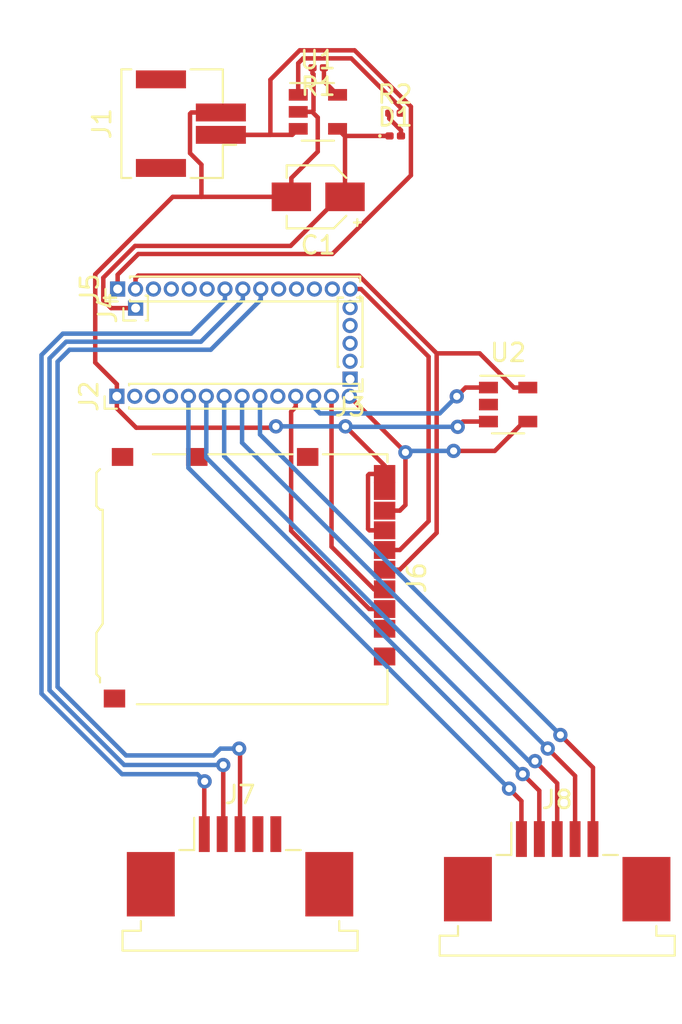
<source format=kicad_pcb>
(kicad_pcb (version 20171130) (host pcbnew 5.0.0+dfsg1-2)

  (general
    (thickness 1.6)
    (drawings 0)
    (tracks 178)
    (zones 0)
    (modules 14)
    (nets 44)
  )

  (page A4)
  (layers
    (0 F.Cu signal)
    (31 B.Cu signal)
    (32 B.Adhes user)
    (33 F.Adhes user)
    (34 B.Paste user)
    (35 F.Paste user)
    (36 B.SilkS user)
    (37 F.SilkS user)
    (38 B.Mask user)
    (39 F.Mask user)
    (40 Dwgs.User user)
    (41 Cmts.User user)
    (42 Eco1.User user)
    (43 Eco2.User user)
    (44 Edge.Cuts user)
    (45 Margin user)
    (46 B.CrtYd user)
    (47 F.CrtYd user)
    (48 B.Fab user)
    (49 F.Fab user)
  )

  (setup
    (last_trace_width 0.25)
    (trace_clearance 0.2)
    (zone_clearance 0.508)
    (zone_45_only no)
    (trace_min 0.2)
    (segment_width 0.2)
    (edge_width 0.15)
    (via_size 0.8)
    (via_drill 0.4)
    (via_min_size 0.4)
    (via_min_drill 0.3)
    (uvia_size 0.3)
    (uvia_drill 0.1)
    (uvias_allowed no)
    (uvia_min_size 0.2)
    (uvia_min_drill 0.1)
    (pcb_text_width 0.3)
    (pcb_text_size 1.5 1.5)
    (mod_edge_width 0.15)
    (mod_text_size 1 1)
    (mod_text_width 0.15)
    (pad_size 1 2.8)
    (pad_drill 0)
    (pad_to_mask_clearance 0.2)
    (aux_axis_origin 0 0)
    (visible_elements FFFFFF7F)
    (pcbplotparams
      (layerselection 0x010fc_ffffffff)
      (usegerberextensions false)
      (usegerberattributes false)
      (usegerberadvancedattributes false)
      (creategerberjobfile false)
      (excludeedgelayer true)
      (linewidth 0.100000)
      (plotframeref false)
      (viasonmask false)
      (mode 1)
      (useauxorigin false)
      (hpglpennumber 1)
      (hpglpenspeed 20)
      (hpglpendiameter 15.000000)
      (psnegative false)
      (psa4output false)
      (plotreference true)
      (plotvalue true)
      (plotinvisibletext false)
      (padsonsilk false)
      (subtractmaskfromsilk false)
      (outputformat 1)
      (mirror false)
      (drillshape 1)
      (scaleselection 1)
      (outputdirectory ""))
  )

  (net 0 "")
  (net 1 "Net-(R2-Pad2)")
  (net 2 +BATT)
  (net 3 VBUS)
  (net 4 "Net-(R1-Pad1)")
  (net 5 "Net-(D1-Pad2)")
  (net 6 "Net-(J2-Pad2)")
  (net 7 "Net-(J2-Pad3)")
  (net 8 "Net-(J2-Pad4)")
  (net 9 "Net-(J2-Pad10)")
  (net 10 "Net-(J5-Pad13)")
  (net 11 "Net-(J5-Pad12)")
  (net 12 "Net-(J5-Pad11)")
  (net 13 "Net-(J5-Pad10)")
  (net 14 "Net-(J5-Pad6)")
  (net 15 "Net-(J5-Pad5)")
  (net 16 "Net-(J5-Pad4)")
  (net 17 "Net-(J5-Pad3)")
  (net 18 "Net-(J3-Pad1)")
  (net 19 "Net-(J3-Pad2)")
  (net 20 "Net-(J3-Pad3)")
  (net 21 "Net-(J3-Pad4)")
  (net 22 "Net-(J3-Pad5)")
  (net 23 "Net-(J6-Pad8)")
  (net 24 "Net-(J6-Pad1)")
  (net 25 /SPI_CLK)
  (net 26 +3V3)
  (net 27 /SD_CS)
  (net 28 /SPI_MOSI)
  (net 29 /SPI_MISO)
  (net 30 GND)
  (net 31 /LCD_CS)
  (net 32 /Col5)
  (net 33 /Col4)
  (net 34 /Col3)
  (net 35 /Col2)
  (net 36 /Col1)
  (net 37 /Row3)
  (net 38 /Row2)
  (net 39 /Row1)
  (net 40 "Net-(J7-Pad4)")
  (net 41 "Net-(J7-Pad5)")
  (net 42 "Net-(J6-Pad9)")
  (net 43 "/LCD Control/LCD_MISO")

  (net_class Default "This is the default net class."
    (clearance 0.2)
    (trace_width 0.25)
    (via_dia 0.8)
    (via_drill 0.4)
    (uvia_dia 0.3)
    (uvia_drill 0.1)
    (add_net +3V3)
    (add_net +BATT)
    (add_net /Col1)
    (add_net /Col2)
    (add_net /Col3)
    (add_net /Col4)
    (add_net /Col5)
    (add_net "/LCD Control/LCD_MISO")
    (add_net /LCD_CS)
    (add_net /Row1)
    (add_net /Row2)
    (add_net /Row3)
    (add_net /SD_CS)
    (add_net /SPI_CLK)
    (add_net /SPI_MISO)
    (add_net /SPI_MOSI)
    (add_net GND)
    (add_net "Net-(D1-Pad2)")
    (add_net "Net-(J2-Pad10)")
    (add_net "Net-(J2-Pad2)")
    (add_net "Net-(J2-Pad3)")
    (add_net "Net-(J2-Pad4)")
    (add_net "Net-(J3-Pad1)")
    (add_net "Net-(J3-Pad2)")
    (add_net "Net-(J3-Pad3)")
    (add_net "Net-(J3-Pad4)")
    (add_net "Net-(J3-Pad5)")
    (add_net "Net-(J5-Pad10)")
    (add_net "Net-(J5-Pad11)")
    (add_net "Net-(J5-Pad12)")
    (add_net "Net-(J5-Pad13)")
    (add_net "Net-(J5-Pad3)")
    (add_net "Net-(J5-Pad4)")
    (add_net "Net-(J5-Pad5)")
    (add_net "Net-(J5-Pad6)")
    (add_net "Net-(J6-Pad1)")
    (add_net "Net-(J6-Pad8)")
    (add_net "Net-(J6-Pad9)")
    (add_net "Net-(J7-Pad4)")
    (add_net "Net-(J7-Pad5)")
    (add_net "Net-(R1-Pad1)")
    (add_net "Net-(R2-Pad2)")
    (add_net VBUS)
  )

  (module Package_TO_SOT_SMD:SOT-23-5 (layer F.Cu) (tedit 5A02FF57) (tstamp 5BFC219A)
    (at 40.259 38.354)
    (descr "5-pin SOT23 package")
    (tags SOT-23-5)
    (path /5BD945BE/5BD970ED)
    (attr smd)
    (fp_text reference U2 (at 0 -2.9) (layer F.SilkS)
      (effects (font (size 1 1) (thickness 0.15)))
    )
    (fp_text value 74AHC1G125 (at 0 2.9) (layer F.Fab)
      (effects (font (size 1 1) (thickness 0.15)))
    )
    (fp_text user %R (at 0 0 90) (layer F.Fab)
      (effects (font (size 0.5 0.5) (thickness 0.075)))
    )
    (fp_line (start -0.9 1.61) (end 0.9 1.61) (layer F.SilkS) (width 0.12))
    (fp_line (start 0.9 -1.61) (end -1.55 -1.61) (layer F.SilkS) (width 0.12))
    (fp_line (start -1.9 -1.8) (end 1.9 -1.8) (layer F.CrtYd) (width 0.05))
    (fp_line (start 1.9 -1.8) (end 1.9 1.8) (layer F.CrtYd) (width 0.05))
    (fp_line (start 1.9 1.8) (end -1.9 1.8) (layer F.CrtYd) (width 0.05))
    (fp_line (start -1.9 1.8) (end -1.9 -1.8) (layer F.CrtYd) (width 0.05))
    (fp_line (start -0.9 -0.9) (end -0.25 -1.55) (layer F.Fab) (width 0.1))
    (fp_line (start 0.9 -1.55) (end -0.25 -1.55) (layer F.Fab) (width 0.1))
    (fp_line (start -0.9 -0.9) (end -0.9 1.55) (layer F.Fab) (width 0.1))
    (fp_line (start 0.9 1.55) (end -0.9 1.55) (layer F.Fab) (width 0.1))
    (fp_line (start 0.9 -1.55) (end 0.9 1.55) (layer F.Fab) (width 0.1))
    (pad 1 smd rect (at -1.1 -0.95) (size 1.06 0.65) (layers F.Cu F.Paste F.Mask)
      (net 31 /LCD_CS))
    (pad 2 smd rect (at -1.1 0) (size 1.06 0.65) (layers F.Cu F.Paste F.Mask)
      (net 43 "/LCD Control/LCD_MISO"))
    (pad 3 smd rect (at -1.1 0.95) (size 1.06 0.65) (layers F.Cu F.Paste F.Mask)
      (net 30 GND))
    (pad 4 smd rect (at 1.1 0.95) (size 1.06 0.65) (layers F.Cu F.Paste F.Mask)
      (net 29 /SPI_MISO))
    (pad 5 smd rect (at 1.1 -0.95) (size 1.06 0.65) (layers F.Cu F.Paste F.Mask)
      (net 26 +3V3))
    (model ${KISYS3DMOD}/Package_TO_SOT_SMD.3dshapes/SOT-23-5.wrl
      (at (xyz 0 0 0))
      (scale (xyz 1 1 1))
      (rotate (xyz 0 0 0))
    )
  )

  (module Connector_PinHeader_1.00mm:PinHeader_1x05_P1.00mm_Vertical locked (layer F.Cu) (tedit 59FED738) (tstamp 5BDC2639)
    (at 31.42479 36.935341 180)
    (descr "Through hole straight pin header, 1x05, 1.00mm pitch, single row")
    (tags "Through hole pin header THT 1x05 1.00mm single row")
    (path /5BD000C0)
    (fp_text reference J3 (at 0 -1.56 180) (layer F.SilkS)
      (effects (font (size 1 1) (thickness 0.15)))
    )
    (fp_text value Conn_01x05_Male (at 0 5.56 180) (layer F.Fab)
      (effects (font (size 1 1) (thickness 0.15)))
    )
    (fp_line (start -0.3175 -0.5) (end 0.635 -0.5) (layer F.Fab) (width 0.1))
    (fp_line (start 0.635 -0.5) (end 0.635 4.5) (layer F.Fab) (width 0.1))
    (fp_line (start 0.635 4.5) (end -0.635 4.5) (layer F.Fab) (width 0.1))
    (fp_line (start -0.635 4.5) (end -0.635 -0.1825) (layer F.Fab) (width 0.1))
    (fp_line (start -0.635 -0.1825) (end -0.3175 -0.5) (layer F.Fab) (width 0.1))
    (fp_line (start -0.695 4.56) (end -0.394493 4.56) (layer F.SilkS) (width 0.12))
    (fp_line (start 0.394493 4.56) (end 0.695 4.56) (layer F.SilkS) (width 0.12))
    (fp_line (start -0.695 0.685) (end -0.695 4.56) (layer F.SilkS) (width 0.12))
    (fp_line (start 0.695 0.685) (end 0.695 4.56) (layer F.SilkS) (width 0.12))
    (fp_line (start -0.695 0.685) (end -0.608276 0.685) (layer F.SilkS) (width 0.12))
    (fp_line (start 0.608276 0.685) (end 0.695 0.685) (layer F.SilkS) (width 0.12))
    (fp_line (start -0.695 0) (end -0.695 -0.685) (layer F.SilkS) (width 0.12))
    (fp_line (start -0.695 -0.685) (end 0 -0.685) (layer F.SilkS) (width 0.12))
    (fp_line (start -1.15 -1) (end -1.15 5) (layer F.CrtYd) (width 0.05))
    (fp_line (start -1.15 5) (end 1.15 5) (layer F.CrtYd) (width 0.05))
    (fp_line (start 1.15 5) (end 1.15 -1) (layer F.CrtYd) (width 0.05))
    (fp_line (start 1.15 -1) (end -1.15 -1) (layer F.CrtYd) (width 0.05))
    (fp_text user %R (at 0 2 270) (layer F.Fab)
      (effects (font (size 0.76 0.76) (thickness 0.114)))
    )
    (pad 1 thru_hole rect (at 0 0 180) (size 0.85 0.85) (drill 0.5) (layers *.Cu *.Mask)
      (net 18 "Net-(J3-Pad1)"))
    (pad 2 thru_hole oval (at 0 1 180) (size 0.85 0.85) (drill 0.5) (layers *.Cu *.Mask)
      (net 19 "Net-(J3-Pad2)"))
    (pad 3 thru_hole oval (at 0 2 180) (size 0.85 0.85) (drill 0.5) (layers *.Cu *.Mask)
      (net 20 "Net-(J3-Pad3)"))
    (pad 4 thru_hole oval (at 0 3 180) (size 0.85 0.85) (drill 0.5) (layers *.Cu *.Mask)
      (net 21 "Net-(J3-Pad4)"))
    (pad 5 thru_hole oval (at 0 4 180) (size 0.85 0.85) (drill 0.5) (layers *.Cu *.Mask)
      (net 22 "Net-(J3-Pad5)"))
    (model ${KISYS3DMOD}/Connector_PinHeader_1.00mm.3dshapes/PinHeader_1x05_P1.00mm_Vertical.wrl
      (at (xyz 0 0 0))
      (scale (xyz 1 1 1))
      (rotate (xyz 0 0 0))
    )
  )

  (module Connector_FFC-FPC:TE_84952-5_1x05-1MP_P1.0mm_Horizontal (layer F.Cu) (tedit 5AEE14E3) (tstamp 5BFBF79C)
    (at 25.273 64.1604)
    (descr "TE FPC connector, 05 bottom-side contacts, 1.0mm pitch, 1.0mm height, SMT, http://www.te.com/commerce/DocumentDelivery/DDEController?Action=srchrtrv&DocNm=84952&DocType=Customer+Drawing&DocLang=English&DocFormat=pdf&PartCntxt=84952-4")
    (tags "te fpc 84952")
    (path /5BD5324B)
    (attr smd)
    (fp_text reference J7 (at 0 -4) (layer F.SilkS)
      (effects (font (size 1 1) (thickness 0.15)))
    )
    (fp_text value ROW_INPUT (at 0 7.7) (layer F.Fab)
      (effects (font (size 1 1) (thickness 0.15)))
    )
    (fp_line (start -5.435 -0.8) (end 5.435 -0.8) (layer F.Fab) (width 0.1))
    (fp_line (start 5.435 -0.8) (end 5.435 3.71) (layer F.Fab) (width 0.1))
    (fp_line (start 5.435 3.71) (end 6.46 3.71) (layer F.Fab) (width 0.1))
    (fp_line (start 6.46 3.71) (end 6.46 4.6) (layer F.Fab) (width 0.1))
    (fp_line (start 6.46 4.6) (end -6.46 4.6) (layer F.Fab) (width 0.1))
    (fp_line (start -6.46 4.6) (end -6.46 3.71) (layer F.Fab) (width 0.1))
    (fp_line (start -6.46 3.71) (end -5.435 3.71) (layer F.Fab) (width 0.1))
    (fp_line (start -5.435 3.71) (end -5.435 -0.8) (layer F.Fab) (width 0.1))
    (fp_line (start -2.5 -0.8) (end -2 0.2) (layer F.Fab) (width 0.1))
    (fp_line (start -2 0.2) (end -1.5 -0.8) (layer F.Fab) (width 0.1))
    (fp_line (start 5.435 4.6) (end 5.435 5.61) (layer F.Fab) (width 0.1))
    (fp_line (start 5.435 5.61) (end 6.46 5.61) (layer F.Fab) (width 0.1))
    (fp_line (start 6.46 5.61) (end 6.46 6.5) (layer F.Fab) (width 0.1))
    (fp_line (start 6.46 6.5) (end -6.46 6.5) (layer F.Fab) (width 0.1))
    (fp_line (start -6.46 6.5) (end -6.46 5.61) (layer F.Fab) (width 0.1))
    (fp_line (start -6.46 5.61) (end -5.435 5.61) (layer F.Fab) (width 0.1))
    (fp_line (start -5.435 5.61) (end -5.435 4.6) (layer F.Fab) (width 0.1))
    (fp_line (start 5.545 3.06) (end 5.545 3.6) (layer F.SilkS) (width 0.12))
    (fp_line (start 5.545 3.6) (end 6.57 3.6) (layer F.SilkS) (width 0.12))
    (fp_line (start 6.57 3.6) (end 6.57 4.71) (layer F.SilkS) (width 0.12))
    (fp_line (start 6.57 4.71) (end -6.57 4.71) (layer F.SilkS) (width 0.12))
    (fp_line (start -6.57 4.71) (end -6.57 3.6) (layer F.SilkS) (width 0.12))
    (fp_line (start -6.57 3.6) (end -5.545 3.6) (layer F.SilkS) (width 0.12))
    (fp_line (start -5.545 3.6) (end -5.545 3.06) (layer F.SilkS) (width 0.12))
    (fp_line (start -3.39 -0.91) (end -2.565 -0.91) (layer F.SilkS) (width 0.12))
    (fp_line (start -2.565 -0.91) (end -2.565 -2.71) (layer F.SilkS) (width 0.12))
    (fp_line (start 2.565 -0.91) (end 3.39 -0.91) (layer F.SilkS) (width 0.12))
    (fp_line (start -6.96 -3.3) (end -6.96 7) (layer F.CrtYd) (width 0.05))
    (fp_line (start -6.96 7) (end 6.96 7) (layer F.CrtYd) (width 0.05))
    (fp_line (start 6.96 7) (end 6.96 -3.3) (layer F.CrtYd) (width 0.05))
    (fp_line (start 6.96 -3.3) (end -6.96 -3.3) (layer F.CrtYd) (width 0.05))
    (fp_text user %R (at 0 1.9) (layer F.Fab)
      (effects (font (size 1 1) (thickness 0.15)))
    )
    (pad 1 smd rect (at -2 -1.8) (size 0.61 2) (layers F.Cu F.Paste F.Mask)
      (net 39 /Row1))
    (pad 2 smd rect (at -1 -1.8) (size 0.61 2) (layers F.Cu F.Paste F.Mask)
      (net 38 /Row2))
    (pad 3 smd rect (at 0 -1.8) (size 0.61 2) (layers F.Cu F.Paste F.Mask)
      (net 37 /Row3))
    (pad 4 smd rect (at 1 -1.8) (size 0.61 2) (layers F.Cu F.Paste F.Mask)
      (net 40 "Net-(J7-Pad4)"))
    (pad 5 smd rect (at 2 -1.8) (size 0.61 2) (layers F.Cu F.Paste F.Mask)
      (net 41 "Net-(J7-Pad5)"))
    (pad MP smd rect (at -4.99 1) (size 2.68 3.6) (layers F.Cu F.Paste F.Mask))
    (pad MP smd rect (at 4.99 1) (size 2.68 3.6) (layers F.Cu F.Paste F.Mask))
    (model ${KISYS3DMOD}/Connector_FFC-FPC.3dshapes/TE_84952-5_1x05-1MP_P1.0mm_Horizontal.wrl
      (at (xyz 0 0 0))
      (scale (xyz 1 1 1))
      (rotate (xyz 0 0 0))
    )
  )

  (module Connector_PinHeader_1.00mm:PinHeader_1x01_P1.00mm_Vertical locked (layer F.Cu) (tedit 59FED738) (tstamp 5BDC264F)
    (at 19.43599 32.963541 90)
    (descr "Through hole straight pin header, 1x01, 1.00mm pitch, single row")
    (tags "Through hole pin header THT 1x01 1.00mm single row")
    (path /5BCFFD8A)
    (fp_text reference J4 (at 0 -1.56 90) (layer F.SilkS)
      (effects (font (size 1 1) (thickness 0.15)))
    )
    (fp_text value Conn_01x01_Male (at 0 1.56 90) (layer F.Fab)
      (effects (font (size 1 1) (thickness 0.15)))
    )
    (fp_line (start -0.3175 -0.5) (end 0.635 -0.5) (layer F.Fab) (width 0.1))
    (fp_line (start 0.635 -0.5) (end 0.635 0.5) (layer F.Fab) (width 0.1))
    (fp_line (start 0.635 0.5) (end -0.635 0.5) (layer F.Fab) (width 0.1))
    (fp_line (start -0.635 0.5) (end -0.635 -0.1825) (layer F.Fab) (width 0.1))
    (fp_line (start -0.635 -0.1825) (end -0.3175 -0.5) (layer F.Fab) (width 0.1))
    (fp_line (start -0.695 0.685) (end 0.695 0.685) (layer F.SilkS) (width 0.12))
    (fp_line (start -0.695 0.685) (end -0.695 0.56) (layer F.SilkS) (width 0.12))
    (fp_line (start 0.695 0.685) (end 0.695 0.56) (layer F.SilkS) (width 0.12))
    (fp_line (start -0.695 0.685) (end -0.608276 0.685) (layer F.SilkS) (width 0.12))
    (fp_line (start 0.608276 0.685) (end 0.695 0.685) (layer F.SilkS) (width 0.12))
    (fp_line (start -0.695 0) (end -0.695 -0.685) (layer F.SilkS) (width 0.12))
    (fp_line (start -0.695 -0.685) (end 0 -0.685) (layer F.SilkS) (width 0.12))
    (fp_line (start -1.15 -1) (end -1.15 1) (layer F.CrtYd) (width 0.05))
    (fp_line (start -1.15 1) (end 1.15 1) (layer F.CrtYd) (width 0.05))
    (fp_line (start 1.15 1) (end 1.15 -1) (layer F.CrtYd) (width 0.05))
    (fp_line (start 1.15 -1) (end -1.15 -1) (layer F.CrtYd) (width 0.05))
    (fp_text user %R (at 0 0 180) (layer F.Fab)
      (effects (font (size 0.76 0.76) (thickness 0.114)))
    )
    (pad 1 thru_hole rect (at 0 0 90) (size 0.85 0.85) (drill 0.5) (layers *.Cu *.Mask)
      (net 3 VBUS))
    (model ${KISYS3DMOD}/Connector_PinHeader_1.00mm.3dshapes/PinHeader_1x01_P1.00mm_Vertical.wrl
      (at (xyz 0 0 0))
      (scale (xyz 1 1 1))
      (rotate (xyz 0 0 0))
    )
  )

  (module Connector_PinHeader_1.00mm:PinHeader_1x14_P1.00mm_Vertical locked (layer F.Cu) (tedit 59FED738) (tstamp 5BDC261E)
    (at 18.43039 31.896741 90)
    (descr "Through hole straight pin header, 1x14, 1.00mm pitch, single row")
    (tags "Through hole pin header THT 1x14 1.00mm single row")
    (path /5BCFFFD9)
    (fp_text reference J5 (at 0 -1.56 90) (layer F.SilkS)
      (effects (font (size 1 1) (thickness 0.15)))
    )
    (fp_text value Conn_01x14_Male (at 0 14.56 90) (layer F.Fab)
      (effects (font (size 1 1) (thickness 0.15)))
    )
    (fp_text user %R (at 0 6.5 180) (layer F.Fab)
      (effects (font (size 0.76 0.76) (thickness 0.114)))
    )
    (fp_line (start 1.15 -1) (end -1.15 -1) (layer F.CrtYd) (width 0.05))
    (fp_line (start 1.15 14) (end 1.15 -1) (layer F.CrtYd) (width 0.05))
    (fp_line (start -1.15 14) (end 1.15 14) (layer F.CrtYd) (width 0.05))
    (fp_line (start -1.15 -1) (end -1.15 14) (layer F.CrtYd) (width 0.05))
    (fp_line (start -0.695 -0.685) (end 0 -0.685) (layer F.SilkS) (width 0.12))
    (fp_line (start -0.695 0) (end -0.695 -0.685) (layer F.SilkS) (width 0.12))
    (fp_line (start 0.608276 0.685) (end 0.695 0.685) (layer F.SilkS) (width 0.12))
    (fp_line (start -0.695 0.685) (end -0.608276 0.685) (layer F.SilkS) (width 0.12))
    (fp_line (start 0.695 0.685) (end 0.695 13.56) (layer F.SilkS) (width 0.12))
    (fp_line (start -0.695 0.685) (end -0.695 13.56) (layer F.SilkS) (width 0.12))
    (fp_line (start 0.394493 13.56) (end 0.695 13.56) (layer F.SilkS) (width 0.12))
    (fp_line (start -0.695 13.56) (end -0.394493 13.56) (layer F.SilkS) (width 0.12))
    (fp_line (start -0.635 -0.1825) (end -0.3175 -0.5) (layer F.Fab) (width 0.1))
    (fp_line (start -0.635 13.5) (end -0.635 -0.1825) (layer F.Fab) (width 0.1))
    (fp_line (start 0.635 13.5) (end -0.635 13.5) (layer F.Fab) (width 0.1))
    (fp_line (start 0.635 -0.5) (end 0.635 13.5) (layer F.Fab) (width 0.1))
    (fp_line (start -0.3175 -0.5) (end 0.635 -0.5) (layer F.Fab) (width 0.1))
    (pad 14 thru_hole oval (at 0 13 90) (size 0.85 0.85) (drill 0.5) (layers *.Cu *.Mask)
      (net 25 /SPI_CLK))
    (pad 13 thru_hole oval (at 0 12 90) (size 0.85 0.85) (drill 0.5) (layers *.Cu *.Mask)
      (net 10 "Net-(J5-Pad13)"))
    (pad 12 thru_hole oval (at 0 11 90) (size 0.85 0.85) (drill 0.5) (layers *.Cu *.Mask)
      (net 11 "Net-(J5-Pad12)"))
    (pad 11 thru_hole oval (at 0 10 90) (size 0.85 0.85) (drill 0.5) (layers *.Cu *.Mask)
      (net 12 "Net-(J5-Pad11)"))
    (pad 10 thru_hole oval (at 0 9 90) (size 0.85 0.85) (drill 0.5) (layers *.Cu *.Mask)
      (net 13 "Net-(J5-Pad10)"))
    (pad 9 thru_hole oval (at 0 8 90) (size 0.85 0.85) (drill 0.5) (layers *.Cu *.Mask)
      (net 37 /Row3))
    (pad 8 thru_hole oval (at 0 7 90) (size 0.85 0.85) (drill 0.5) (layers *.Cu *.Mask)
      (net 38 /Row2))
    (pad 7 thru_hole oval (at 0 6 90) (size 0.85 0.85) (drill 0.5) (layers *.Cu *.Mask)
      (net 39 /Row1))
    (pad 6 thru_hole oval (at 0 5 90) (size 0.85 0.85) (drill 0.5) (layers *.Cu *.Mask)
      (net 14 "Net-(J5-Pad6)"))
    (pad 5 thru_hole oval (at 0 4 90) (size 0.85 0.85) (drill 0.5) (layers *.Cu *.Mask)
      (net 15 "Net-(J5-Pad5)"))
    (pad 4 thru_hole oval (at 0 3 90) (size 0.85 0.85) (drill 0.5) (layers *.Cu *.Mask)
      (net 16 "Net-(J5-Pad4)"))
    (pad 3 thru_hole oval (at 0 2 90) (size 0.85 0.85) (drill 0.5) (layers *.Cu *.Mask)
      (net 17 "Net-(J5-Pad3)"))
    (pad 2 thru_hole oval (at 0 1 90) (size 0.85 0.85) (drill 0.5) (layers *.Cu *.Mask)
      (net 26 +3V3))
    (pad 1 thru_hole rect (at 0 0 90) (size 0.85 0.85) (drill 0.5) (layers *.Cu *.Mask)
      (net 2 +BATT))
    (model ${KISYS3DMOD}/Connector_PinHeader_1.00mm.3dshapes/PinHeader_1x14_P1.00mm_Vertical.wrl
      (at (xyz 0 0 0))
      (scale (xyz 1 1 1))
      (rotate (xyz 0 0 0))
    )
  )

  (module Connector_FFC-FPC:TE_84952-5_1x05-1MP_P1.0mm_Horizontal (layer F.Cu) (tedit 5AEE14E3) (tstamp 5BFBF7C7)
    (at 43.0022 64.4364)
    (descr "TE FPC connector, 05 bottom-side contacts, 1.0mm pitch, 1.0mm height, SMT, http://www.te.com/commerce/DocumentDelivery/DDEController?Action=srchrtrv&DocNm=84952&DocType=Customer+Drawing&DocLang=English&DocFormat=pdf&PartCntxt=84952-4")
    (tags "te fpc 84952")
    (path /5BD537B2)
    (attr smd)
    (fp_text reference J8 (at 0 -4) (layer F.SilkS)
      (effects (font (size 1 1) (thickness 0.15)))
    )
    (fp_text value COL_INPUT (at 0 7.7) (layer F.Fab)
      (effects (font (size 1 1) (thickness 0.15)))
    )
    (fp_text user %R (at 0 1.9) (layer F.Fab)
      (effects (font (size 1 1) (thickness 0.15)))
    )
    (fp_line (start 6.96 -3.3) (end -6.96 -3.3) (layer F.CrtYd) (width 0.05))
    (fp_line (start 6.96 7) (end 6.96 -3.3) (layer F.CrtYd) (width 0.05))
    (fp_line (start -6.96 7) (end 6.96 7) (layer F.CrtYd) (width 0.05))
    (fp_line (start -6.96 -3.3) (end -6.96 7) (layer F.CrtYd) (width 0.05))
    (fp_line (start 2.565 -0.91) (end 3.39 -0.91) (layer F.SilkS) (width 0.12))
    (fp_line (start -2.565 -0.91) (end -2.565 -2.71) (layer F.SilkS) (width 0.12))
    (fp_line (start -3.39 -0.91) (end -2.565 -0.91) (layer F.SilkS) (width 0.12))
    (fp_line (start -5.545 3.6) (end -5.545 3.06) (layer F.SilkS) (width 0.12))
    (fp_line (start -6.57 3.6) (end -5.545 3.6) (layer F.SilkS) (width 0.12))
    (fp_line (start -6.57 4.71) (end -6.57 3.6) (layer F.SilkS) (width 0.12))
    (fp_line (start 6.57 4.71) (end -6.57 4.71) (layer F.SilkS) (width 0.12))
    (fp_line (start 6.57 3.6) (end 6.57 4.71) (layer F.SilkS) (width 0.12))
    (fp_line (start 5.545 3.6) (end 6.57 3.6) (layer F.SilkS) (width 0.12))
    (fp_line (start 5.545 3.06) (end 5.545 3.6) (layer F.SilkS) (width 0.12))
    (fp_line (start -5.435 5.61) (end -5.435 4.6) (layer F.Fab) (width 0.1))
    (fp_line (start -6.46 5.61) (end -5.435 5.61) (layer F.Fab) (width 0.1))
    (fp_line (start -6.46 6.5) (end -6.46 5.61) (layer F.Fab) (width 0.1))
    (fp_line (start 6.46 6.5) (end -6.46 6.5) (layer F.Fab) (width 0.1))
    (fp_line (start 6.46 5.61) (end 6.46 6.5) (layer F.Fab) (width 0.1))
    (fp_line (start 5.435 5.61) (end 6.46 5.61) (layer F.Fab) (width 0.1))
    (fp_line (start 5.435 4.6) (end 5.435 5.61) (layer F.Fab) (width 0.1))
    (fp_line (start -2 0.2) (end -1.5 -0.8) (layer F.Fab) (width 0.1))
    (fp_line (start -2.5 -0.8) (end -2 0.2) (layer F.Fab) (width 0.1))
    (fp_line (start -5.435 3.71) (end -5.435 -0.8) (layer F.Fab) (width 0.1))
    (fp_line (start -6.46 3.71) (end -5.435 3.71) (layer F.Fab) (width 0.1))
    (fp_line (start -6.46 4.6) (end -6.46 3.71) (layer F.Fab) (width 0.1))
    (fp_line (start 6.46 4.6) (end -6.46 4.6) (layer F.Fab) (width 0.1))
    (fp_line (start 6.46 3.71) (end 6.46 4.6) (layer F.Fab) (width 0.1))
    (fp_line (start 5.435 3.71) (end 6.46 3.71) (layer F.Fab) (width 0.1))
    (fp_line (start 5.435 -0.8) (end 5.435 3.71) (layer F.Fab) (width 0.1))
    (fp_line (start -5.435 -0.8) (end 5.435 -0.8) (layer F.Fab) (width 0.1))
    (pad MP smd rect (at 4.99 1) (size 2.68 3.6) (layers F.Cu F.Paste F.Mask))
    (pad MP smd rect (at -4.99 1) (size 2.68 3.6) (layers F.Cu F.Paste F.Mask))
    (pad 5 smd rect (at 2 -1.8) (size 0.61 2) (layers F.Cu F.Paste F.Mask)
      (net 32 /Col5))
    (pad 4 smd rect (at 1 -1.8) (size 0.61 2) (layers F.Cu F.Paste F.Mask)
      (net 33 /Col4))
    (pad 3 smd rect (at 0 -1.8) (size 0.61 2) (layers F.Cu F.Paste F.Mask)
      (net 34 /Col3))
    (pad 2 smd rect (at -1 -1.8) (size 0.61 2) (layers F.Cu F.Paste F.Mask)
      (net 35 /Col2))
    (pad 1 smd rect (at -2 -1.8) (size 0.61 2) (layers F.Cu F.Paste F.Mask)
      (net 36 /Col1))
    (model ${KISYS3DMOD}/Connector_FFC-FPC.3dshapes/TE_84952-5_1x05-1MP_P1.0mm_Horizontal.wrl
      (at (xyz 0 0 0))
      (scale (xyz 1 1 1))
      (rotate (xyz 0 0 0))
    )
  )

  (module Connector_Molex:Molex_CLIK-Mate_502382-0270_1x02-1MP_P1.25mm_Vertical (layer F.Cu) (tedit 5BD01C68) (tstamp 5BDC266A)
    (at 22.2504 22.6568 90)
    (descr "Molex CLIK-Mate series connector, 502382-0270 (http://www.molex.com/pdm_docs/sd/5023820270_sd.pdf), generated with kicad-footprint-generator")
    (tags "connector Molex CLIK-Mate side entry")
    (path /5BD07AFB)
    (attr smd)
    (fp_text reference J1 (at 0 -4.7 90) (layer F.SilkS)
      (effects (font (size 1 1) (thickness 0.15)))
    )
    (fp_text value "Battery Connector" (at 0 4 90) (layer F.Fab)
      (effects (font (size 1 1) (thickness 0.15)))
    )
    (fp_line (start -2.925 1.95) (end 2.925 1.95) (layer F.Fab) (width 0.1))
    (fp_line (start -3.035 0.26) (end -3.035 2.06) (layer F.SilkS) (width 0.12))
    (fp_line (start -3.035 2.06) (end -1.185 2.06) (layer F.SilkS) (width 0.12))
    (fp_line (start -1.185 2.06) (end -1.185 2.8) (layer F.SilkS) (width 0.12))
    (fp_line (start 3.035 0.26) (end 3.035 2.06) (layer F.SilkS) (width 0.12))
    (fp_line (start 3.035 2.06) (end 1.185 2.06) (layer F.SilkS) (width 0.12))
    (fp_line (start -3.035 -3.06) (end -3.035 -3.61) (layer F.SilkS) (width 0.12))
    (fp_line (start -3.035 -3.61) (end 3.035 -3.61) (layer F.SilkS) (width 0.12))
    (fp_line (start 3.035 -3.61) (end 3.035 -3.06) (layer F.SilkS) (width 0.12))
    (fp_line (start -2.925 -3.5) (end 2.925 -3.5) (layer F.Fab) (width 0.1))
    (fp_line (start -2.925 1.95) (end -2.925 -3.5) (layer F.Fab) (width 0.1))
    (fp_line (start 2.925 1.95) (end 2.925 -3.5) (layer F.Fab) (width 0.1))
    (fp_line (start -3.48 -4) (end -3.48 3.3) (layer F.CrtYd) (width 0.05))
    (fp_line (start -3.48 3.3) (end 3.48 3.3) (layer F.CrtYd) (width 0.05))
    (fp_line (start 3.48 3.3) (end 3.48 -4) (layer F.CrtYd) (width 0.05))
    (fp_line (start 3.48 -4) (end -3.48 -4) (layer F.CrtYd) (width 0.05))
    (fp_line (start -1.125 1.95) (end -0.625 1.242893) (layer F.Fab) (width 0.1))
    (fp_line (start -0.625 1.242893) (end -0.125 1.95) (layer F.Fab) (width 0.1))
    (fp_text user %R (at 0 -0.77 90) (layer F.Fab)
      (effects (font (size 1 1) (thickness 0.15)))
    )
    (pad 1 smd rect (at -0.625 1.95 90) (size 1 2.8) (layers F.Cu F.Paste F.Mask)
      (net 2 +BATT))
    (pad 2 smd rect (at 0.625 1.95 90) (size 1 2.8) (layers F.Cu F.Paste F.Mask)
      (net 30 GND))
    (pad MP smd rect (at -2.475 -1.4 90) (size 1 2.8) (layers F.Cu F.Paste F.Mask))
    (pad MP smd rect (at 2.475 -1.4 90) (size 1 2.8) (layers F.Cu F.Paste F.Mask))
    (model ${KISYS3DMOD}/Connector_Molex.3dshapes/Molex_CLIK-Mate_502382-0270_1x02-1MP_P1.25mm_Vertical.wrl
      (at (xyz 0 0 0))
      (scale (xyz 1 1 1))
      (rotate (xyz 0 0 0))
    )
  )

  (module Connector_PinHeader_1.00mm:PinHeader_1x14_P1.00mm_Vertical locked (layer F.Cu) (tedit 59FED738) (tstamp 5BDC25FA)
    (at 18.38619 37.891141 90)
    (descr "Through hole straight pin header, 1x14, 1.00mm pitch, single row")
    (tags "Through hole pin header THT 1x14 1.00mm single row")
    (path /5BCFFF63)
    (fp_text reference J2 (at 0 -1.56 90) (layer F.SilkS)
      (effects (font (size 1 1) (thickness 0.15)))
    )
    (fp_text value Conn_01x14_Male (at 0 14.56 90) (layer F.Fab)
      (effects (font (size 1 1) (thickness 0.15)))
    )
    (fp_line (start -0.3175 -0.5) (end 0.635 -0.5) (layer F.Fab) (width 0.1))
    (fp_line (start 0.635 -0.5) (end 0.635 13.5) (layer F.Fab) (width 0.1))
    (fp_line (start 0.635 13.5) (end -0.635 13.5) (layer F.Fab) (width 0.1))
    (fp_line (start -0.635 13.5) (end -0.635 -0.1825) (layer F.Fab) (width 0.1))
    (fp_line (start -0.635 -0.1825) (end -0.3175 -0.5) (layer F.Fab) (width 0.1))
    (fp_line (start -0.695 13.56) (end -0.394493 13.56) (layer F.SilkS) (width 0.12))
    (fp_line (start 0.394493 13.56) (end 0.695 13.56) (layer F.SilkS) (width 0.12))
    (fp_line (start -0.695 0.685) (end -0.695 13.56) (layer F.SilkS) (width 0.12))
    (fp_line (start 0.695 0.685) (end 0.695 13.56) (layer F.SilkS) (width 0.12))
    (fp_line (start -0.695 0.685) (end -0.608276 0.685) (layer F.SilkS) (width 0.12))
    (fp_line (start 0.608276 0.685) (end 0.695 0.685) (layer F.SilkS) (width 0.12))
    (fp_line (start -0.695 0) (end -0.695 -0.685) (layer F.SilkS) (width 0.12))
    (fp_line (start -0.695 -0.685) (end 0 -0.685) (layer F.SilkS) (width 0.12))
    (fp_line (start -1.15 -1) (end -1.15 14) (layer F.CrtYd) (width 0.05))
    (fp_line (start -1.15 14) (end 1.15 14) (layer F.CrtYd) (width 0.05))
    (fp_line (start 1.15 14) (end 1.15 -1) (layer F.CrtYd) (width 0.05))
    (fp_line (start 1.15 -1) (end -1.15 -1) (layer F.CrtYd) (width 0.05))
    (fp_text user %R (at 0 6.5 180) (layer F.Fab)
      (effects (font (size 0.76 0.76) (thickness 0.114)))
    )
    (pad 1 thru_hole rect (at 0 0 90) (size 0.85 0.85) (drill 0.5) (layers *.Cu *.Mask)
      (net 30 GND))
    (pad 2 thru_hole oval (at 0 1 90) (size 0.85 0.85) (drill 0.5) (layers *.Cu *.Mask)
      (net 6 "Net-(J2-Pad2)"))
    (pad 3 thru_hole oval (at 0 2 90) (size 0.85 0.85) (drill 0.5) (layers *.Cu *.Mask)
      (net 7 "Net-(J2-Pad3)"))
    (pad 4 thru_hole oval (at 0 3 90) (size 0.85 0.85) (drill 0.5) (layers *.Cu *.Mask)
      (net 8 "Net-(J2-Pad4)"))
    (pad 5 thru_hole oval (at 0 4 90) (size 0.85 0.85) (drill 0.5) (layers *.Cu *.Mask)
      (net 36 /Col1))
    (pad 6 thru_hole oval (at 0 5 90) (size 0.85 0.85) (drill 0.5) (layers *.Cu *.Mask)
      (net 35 /Col2))
    (pad 7 thru_hole oval (at 0 6 90) (size 0.85 0.85) (drill 0.5) (layers *.Cu *.Mask)
      (net 34 /Col3))
    (pad 8 thru_hole oval (at 0 7 90) (size 0.85 0.85) (drill 0.5) (layers *.Cu *.Mask)
      (net 33 /Col4))
    (pad 9 thru_hole oval (at 0 8 90) (size 0.85 0.85) (drill 0.5) (layers *.Cu *.Mask)
      (net 32 /Col5))
    (pad 10 thru_hole oval (at 0 9 90) (size 0.85 0.85) (drill 0.5) (layers *.Cu *.Mask)
      (net 9 "Net-(J2-Pad10)"))
    (pad 11 thru_hole oval (at 0 10 90) (size 0.85 0.85) (drill 0.5) (layers *.Cu *.Mask)
      (net 27 /SD_CS))
    (pad 12 thru_hole oval (at 0 11 90) (size 0.85 0.85) (drill 0.5) (layers *.Cu *.Mask)
      (net 31 /LCD_CS))
    (pad 13 thru_hole oval (at 0 12 90) (size 0.85 0.85) (drill 0.5) (layers *.Cu *.Mask)
      (net 28 /SPI_MOSI))
    (pad 14 thru_hole oval (at 0 13 90) (size 0.85 0.85) (drill 0.5) (layers *.Cu *.Mask)
      (net 29 /SPI_MISO))
    (model ${KISYS3DMOD}/Connector_PinHeader_1.00mm.3dshapes/PinHeader_1x14_P1.00mm_Vertical.wrl
      (at (xyz 0 0 0))
      (scale (xyz 1 1 1))
      (rotate (xyz 0 0 0))
    )
  )

  (module Connector_Card:microSD_HC_Hirose_DM3AT-SF-PEJM5 (layer F.Cu) (tedit 5BD01A7B) (tstamp 5BFB5384)
    (at 25.6286 48.1076 270)
    (descr "Micro SD, SMD, right-angle, push-pull (https://www.hirose.com/product/en/download_file/key_name/DM3AT-SF-PEJM5/category/Drawing%20(2D)/doc_file_id/44099/?file_category_id=6&item_id=06090031000&is_series=)")
    (tags "Micro SD")
    (path /5BD00A2D)
    (attr smd)
    (fp_text reference J6 (at -0.075 -9.525 270) (layer F.SilkS)
      (effects (font (size 1 1) (thickness 0.15)))
    )
    (fp_text value Micro_SD_Card (at -0.075 9.575 270) (layer F.Fab)
      (effects (font (size 1 1) (thickness 0.15)))
    )
    (fp_text user KEEPOUT (at -1.075 -1.925 270) (layer Cmts.User)
      (effects (font (size 1 1) (thickness 0.1)))
    )
    (fp_text user %R (at -0.075 0.375 270) (layer F.Fab)
      (effects (font (size 1 1) (thickness 0.1)))
    )
    (fp_text user KEEPOUT (at 4.2 7.65 270) (layer Cmts.User)
      (effects (font (size 0.4 0.4) (thickness 0.06)))
    )
    (fp_text user KEEPOUT (at -6.85 -3.25) (layer Cmts.User)
      (effects (font (size 0.6 0.6) (thickness 0.09)))
    )
    (fp_text user KEEPOUT (at -5.775 2.375) (layer Cmts.User)
      (effects (font (size 0.6 0.6) (thickness 0.09)))
    )
    (fp_line (start -4.175 -2.725) (end -5.425 -1.825) (layer Dwgs.User) (width 0.1))
    (fp_line (start -4.875 -2.725) (end -5.425 -2.325) (layer Dwgs.User) (width 0.1))
    (fp_line (start -2.775 -2.725) (end -5 -1.125) (layer Dwgs.User) (width 0.1))
    (fp_line (start -5.425 -1.325) (end -3.475 -2.725) (layer Dwgs.User) (width 0.1))
    (fp_line (start -6.125 -0.825) (end -5.425 -1.325) (layer Dwgs.User) (width 0.1))
    (fp_line (start -6.125 -1.325) (end -5.975 -1.425) (layer Dwgs.User) (width 0.1))
    (fp_line (start -6.125 -0.325) (end -5.425 -0.825) (layer Dwgs.User) (width 0.1))
    (fp_line (start -6.125 0.175) (end -5.425 -0.325) (layer Dwgs.User) (width 0.1))
    (fp_line (start -6.125 0.675) (end -5.425 0.175) (layer Dwgs.User) (width 0.1))
    (fp_line (start -6.125 1.175) (end -5.425 0.675) (layer Dwgs.User) (width 0.1))
    (fp_line (start -6.125 1.675) (end -5.425 1.175) (layer Dwgs.User) (width 0.1))
    (fp_line (start -6.125 2.175) (end -5.425 1.675) (layer Dwgs.User) (width 0.1))
    (fp_line (start -6.125 2.675) (end -5.425 2.175) (layer Dwgs.User) (width 0.1))
    (fp_line (start -6.125 3.175) (end -5.425 2.675) (layer Dwgs.User) (width 0.1))
    (fp_line (start -6.125 3.675) (end -5.425 3.175) (layer Dwgs.User) (width 0.1))
    (fp_line (start -6.125 4.175) (end -5.425 3.675) (layer Dwgs.User) (width 0.1))
    (fp_line (start -6.125 4.675) (end -5.425 4.175) (layer Dwgs.User) (width 0.1))
    (fp_line (start -6.125 5.175) (end -5.425 4.675) (layer Dwgs.User) (width 0.1))
    (fp_line (start -6.125 5.675) (end -5.425 5.175) (layer Dwgs.User) (width 0.1))
    (fp_line (start -6.125 6.175) (end -5.425 5.675) (layer Dwgs.User) (width 0.1))
    (fp_line (start -6.475 0.225) (end -7.225 0.725) (layer Dwgs.User) (width 0.1))
    (fp_line (start -6.475 -0.275) (end -7.225 0.225) (layer Dwgs.User) (width 0.1))
    (fp_line (start -6.475 -0.775) (end -7.225 -0.275) (layer Dwgs.User) (width 0.1))
    (fp_line (start -6.475 -1.275) (end -7.225 -0.775) (layer Dwgs.User) (width 0.1))
    (fp_line (start -6.475 -1.775) (end -7.225 -1.275) (layer Dwgs.User) (width 0.1))
    (fp_line (start -6.475 -2.275) (end -7.225 -1.775) (layer Dwgs.User) (width 0.1))
    (fp_line (start -6.475 -2.775) (end -7.225 -2.275) (layer Dwgs.User) (width 0.1))
    (fp_line (start -6.475 -3.275) (end -7.225 -2.775) (layer Dwgs.User) (width 0.1))
    (fp_line (start -6.475 -3.775) (end -7.225 -3.275) (layer Dwgs.User) (width 0.1))
    (fp_line (start -6.475 -4.275) (end -7.225 -3.775) (layer Dwgs.User) (width 0.1))
    (fp_line (start -6.475 -4.775) (end -7.225 -4.275) (layer Dwgs.User) (width 0.1))
    (fp_line (start -6.475 -5.275) (end -7.225 -4.775) (layer Dwgs.User) (width 0.1))
    (fp_line (start -6.475 -5.775) (end -7.225 -5.275) (layer Dwgs.User) (width 0.1))
    (fp_line (start -6.475 -6.275) (end -7.225 -5.775) (layer Dwgs.User) (width 0.1))
    (fp_line (start -6.475 -6.775) (end -7.225 -6.275) (layer Dwgs.User) (width 0.1))
    (fp_line (start -6.475 -7.275) (end -7.225 -6.775) (layer Dwgs.User) (width 0.1))
    (fp_line (start 3.475 6.975) (end 2.925 7.875) (layer Dwgs.User) (width 0.1))
    (fp_line (start 3.975 6.975) (end 3.175 8.325) (layer Dwgs.User) (width 0.1))
    (fp_line (start 4.475 6.975) (end 3.675 8.325) (layer Dwgs.User) (width 0.1))
    (fp_line (start 4.975 6.975) (end 4.175 8.325) (layer Dwgs.User) (width 0.1))
    (fp_line (start 5.475 6.975) (end 4.675 8.325) (layer Dwgs.User) (width 0.1))
    (fp_line (start 3.005 8.385) (end 2.495 8.035) (layer F.SilkS) (width 0.12))
    (fp_line (start 5.515 8.185) (end 5.775 8.185) (layer F.SilkS) (width 0.12))
    (fp_line (start 5.315 8.385) (end 5.515 8.185) (layer F.SilkS) (width 0.12))
    (fp_line (start -4.085 8.385) (end -3.875 8.185) (layer F.SilkS) (width 0.12))
    (fp_line (start -3.875 8.035) (end -3.875 8.185) (layer F.SilkS) (width 0.12))
    (fp_line (start -3.875 8.035) (end 2.495 8.035) (layer F.SilkS) (width 0.12))
    (fp_line (start -6.975 3.425) (end -6.975 5.225) (layer F.SilkS) (width 0.12))
    (fp_line (start -6.975 -2.575) (end -6.975 2.125) (layer F.SilkS) (width 0.12))
    (fp_line (start -5.945 8.385) (end -6.145 8.185) (layer F.SilkS) (width 0.12))
    (fp_line (start -5.945 8.385) (end -4.085 8.385) (layer F.SilkS) (width 0.12))
    (fp_line (start 5.315 8.385) (end 3.005 8.385) (layer F.SilkS) (width 0.12))
    (fp_line (start -6.975 -7.885) (end -6.975 -4.275) (layer F.SilkS) (width 0.12))
    (fp_line (start -6.525 -7.885) (end -6.975 -7.885) (layer F.SilkS) (width 0.12))
    (fp_line (start 6.995 -7.885) (end 6.995 6.125) (layer F.SilkS) (width 0.12))
    (fp_line (start 5.075 -7.885) (end 6.995 -7.885) (layer F.SilkS) (width 0.12))
    (fp_line (start -7.82 8.88) (end -7.82 -8.82) (layer F.CrtYd) (width 0.05))
    (fp_line (start 7.88 8.88) (end -7.82 8.88) (layer F.CrtYd) (width 0.05))
    (fp_line (start 7.88 -8.82) (end 7.88 8.88) (layer F.CrtYd) (width 0.05))
    (fp_line (start -7.82 -8.82) (end 7.88 -8.82) (layer F.CrtYd) (width 0.05))
    (fp_line (start -7.225 0.775) (end -7.225 -7.275) (layer Dwgs.User) (width 0.1))
    (fp_line (start -6.475 0.775) (end -7.225 0.775) (layer Dwgs.User) (width 0.1))
    (fp_line (start -6.475 -7.275) (end -6.475 0.775) (layer Dwgs.User) (width 0.1))
    (fp_line (start -7.225 -7.275) (end -6.475 -7.275) (layer Dwgs.User) (width 0.1))
    (fp_line (start -6.125 6.175) (end -6.125 -1.425) (layer Dwgs.User) (width 0.1))
    (fp_line (start -5.425 6.175) (end -6.125 6.175) (layer Dwgs.User) (width 0.1))
    (fp_line (start -5.425 -2.725) (end -5.425 6.175) (layer Dwgs.User) (width 0.1))
    (fp_line (start -6.125 -1.425) (end -5.425 -1.425) (layer Dwgs.User) (width 0.1))
    (fp_line (start 2.925 8.325) (end 2.925 6.975) (layer Dwgs.User) (width 0.1))
    (fp_line (start 5.475 8.325) (end 2.925 8.325) (layer Dwgs.User) (width 0.1))
    (fp_line (start 5.475 6.975) (end 5.475 8.325) (layer Dwgs.User) (width 0.1))
    (fp_line (start 2.925 6.975) (end 5.475 6.975) (layer Dwgs.User) (width 0.1))
    (fp_line (start 3.275 -1.125) (end -5.425 -1.125) (layer Dwgs.User) (width 0.1))
    (fp_line (start 3.275 -2.725) (end 3.275 -1.125) (layer Dwgs.User) (width 0.1))
    (fp_line (start -5.425 -2.725) (end 3.275 -2.725) (layer Dwgs.User) (width 0.1))
    (fp_line (start -3.915 8.125) (end -3.915 7.975) (layer F.Fab) (width 0.1))
    (fp_line (start -6.115 8.125) (end -6.925 8.125) (layer F.Fab) (width 0.1))
    (fp_line (start 5.485 8.125) (end 6.925 8.125) (layer F.Fab) (width 0.1))
    (fp_line (start -4.115 8.325) (end -5.915 8.325) (layer F.Fab) (width 0.1))
    (fp_line (start -3.915 8.125) (end -4.115 8.325) (layer F.Fab) (width 0.1))
    (fp_line (start -5.915 8.325) (end -6.115 8.125) (layer F.Fab) (width 0.1))
    (fp_line (start 3.035 8.325) (end 2.51 7.975) (layer F.Fab) (width 0.1))
    (fp_line (start 5.285 8.325) (end 5.485 8.125) (layer F.Fab) (width 0.1))
    (fp_line (start 5.285 8.325) (end 3.035 8.325) (layer F.Fab) (width 0.1))
    (fp_line (start -6.925 8.125) (end -6.925 -7.825) (layer F.Fab) (width 0.1))
    (fp_line (start 6.925 8.125) (end 6.925 -7.825) (layer F.Fab) (width 0.1))
    (fp_line (start 6.925 -7.825) (end -6.925 -7.825) (layer F.Fab) (width 0.1))
    (fp_line (start 2.51 7.975) (end -3.915 7.975) (layer F.Fab) (width 0.1))
    (fp_line (start -5.425 9.725) (end 4.575 9.725) (layer F.Fab) (width 0.1))
    (fp_line (start -5.425 13.725) (end 4.575 13.725) (layer F.Fab) (width 0.1))
    (fp_line (start 5.075 13.225) (end 5.075 8.325) (layer F.Fab) (width 0.1))
    (fp_line (start -5.925 8.325) (end -5.925 13.225) (layer F.Fab) (width 0.1))
    (fp_line (start -2.075 -2.725) (end -4.3 -1.125) (layer Dwgs.User) (width 0.1))
    (fp_line (start -1.375 -2.725) (end -3.6 -1.125) (layer Dwgs.User) (width 0.1))
    (fp_line (start -0.675 -2.725) (end -2.9 -1.125) (layer Dwgs.User) (width 0.1))
    (fp_line (start 0.025 -2.725) (end -2.2 -1.125) (layer Dwgs.User) (width 0.1))
    (fp_line (start 0.725 -2.725) (end -1.5 -1.125) (layer Dwgs.User) (width 0.1))
    (fp_line (start 1.425 -2.725) (end -0.8 -1.125) (layer Dwgs.User) (width 0.1))
    (fp_line (start 2.125 -2.725) (end -0.1 -1.125) (layer Dwgs.User) (width 0.1))
    (fp_line (start 2.825 -2.725) (end 0.6 -1.125) (layer Dwgs.User) (width 0.1))
    (fp_line (start 3.275 -2.525) (end 1.3 -1.125) (layer Dwgs.User) (width 0.1))
    (fp_line (start 3.275 -2.025) (end 2 -1.125) (layer Dwgs.User) (width 0.1))
    (fp_line (start 3.275 -1.525) (end 2.7 -1.125) (layer Dwgs.User) (width 0.1))
    (fp_arc (start 4.575 9.225) (end 5.075 9.225) (angle 90) (layer F.Fab) (width 0.1))
    (fp_arc (start -5.425 9.225) (end -5.425 9.725) (angle 90) (layer F.Fab) (width 0.1))
    (fp_arc (start 4.575 13.225) (end 5.075 13.225) (angle 90) (layer F.Fab) (width 0.1))
    (fp_arc (start -5.425 13.225) (end -5.425 13.725) (angle 90) (layer F.Fab) (width 0.1))
    (pad 9 smd rect (at -5.875 -7.725 270) (size 1 1.2) (layers F.Cu F.Paste F.Mask)
      (net 42 "Net-(J6-Pad9)"))
    (pad 8 smd rect (at -4.925 -7.725 270) (size 1 1.2) (layers F.Cu F.Paste F.Mask)
      (net 23 "Net-(J6-Pad8)"))
    (pad 1 smd rect (at 2.775 -7.725 270) (size 1 1.2) (layers F.Cu F.Paste F.Mask)
      (net 24 "Net-(J6-Pad1)"))
    (pad 2 smd rect (at 1.675 -7.725 270) (size 1 1.2) (layers F.Cu F.Paste F.Mask)
      (net 27 /SD_CS))
    (pad 3 smd rect (at 0.575 -7.725 270) (size 1 1.2) (layers F.Cu F.Paste F.Mask)
      (net 28 /SPI_MOSI))
    (pad 4 smd rect (at -0.525 -7.725 270) (size 1 1.2) (layers F.Cu F.Paste F.Mask)
      (net 26 +3V3))
    (pad 5 smd rect (at -1.625 -7.725 270) (size 1 1.2) (layers F.Cu F.Paste F.Mask)
      (net 25 /SPI_CLK))
    (pad 6 smd rect (at -2.725 -7.725 270) (size 1 1.2) (layers F.Cu F.Paste F.Mask)
      (net 30 GND))
    (pad 7 smd rect (at -3.825 -7.725 270) (size 1 1.2) (layers F.Cu F.Paste F.Mask)
      (net 29 /SPI_MISO))
    (pad 11 smd rect (at 4.325 -7.725 270) (size 1 1.2) (layers F.Cu F.Paste F.Mask))
    (pad 11 smd rect (at -6.825 -3.425 270) (size 1 1.2) (layers F.Cu F.Paste F.Mask))
    (pad 10 smd rect (at -6.825 2.775 270) (size 1 1.2) (layers F.Cu F.Paste F.Mask))
    (pad 11 smd rect (at -6.825 6.925 270) (size 1 1.2) (layers F.Cu F.Paste F.Mask))
    (pad 11 smd rect (at 6.675 7.375 270) (size 1 1.2) (layers F.Cu F.Paste F.Mask))
    (model ${KISYS3DMOD}/Connector_Card.3dshapes/microSD_HC_Hirose_DM3AT-SF-PEJM5.wrl
      (offset (xyz 2.774999958223682 7.124999892393237 0))
      (scale (xyz 1 1 1))
      (rotate (xyz 0 0 0))
    )
  )

  (module Resistor_SMD:R_0201_0603Metric (layer F.Cu) (tedit 5B301BBD) (tstamp 5BFB5176)
    (at 33.9344 22.0726)
    (descr "Resistor SMD 0201 (0603 Metric), square (rectangular) end terminal, IPC_7351 nominal, (Body size source: https://www.vishay.com/docs/20052/crcw0201e3.pdf), generated with kicad-footprint-generator")
    (tags resistor)
    (path /5BD02FE3)
    (attr smd)
    (fp_text reference R2 (at 0 -1.05) (layer F.SilkS)
      (effects (font (size 1 1) (thickness 0.15)))
    )
    (fp_text value R470 (at 0 1.05) (layer F.Fab)
      (effects (font (size 1 1) (thickness 0.15)))
    )
    (fp_text user %R (at 0 -0.68) (layer F.Fab)
      (effects (font (size 0.25 0.25) (thickness 0.04)))
    )
    (fp_line (start 0.7 0.35) (end -0.7 0.35) (layer F.CrtYd) (width 0.05))
    (fp_line (start 0.7 -0.35) (end 0.7 0.35) (layer F.CrtYd) (width 0.05))
    (fp_line (start -0.7 -0.35) (end 0.7 -0.35) (layer F.CrtYd) (width 0.05))
    (fp_line (start -0.7 0.35) (end -0.7 -0.35) (layer F.CrtYd) (width 0.05))
    (fp_line (start 0.3 0.15) (end -0.3 0.15) (layer F.Fab) (width 0.1))
    (fp_line (start 0.3 -0.15) (end 0.3 0.15) (layer F.Fab) (width 0.1))
    (fp_line (start -0.3 -0.15) (end 0.3 -0.15) (layer F.Fab) (width 0.1))
    (fp_line (start -0.3 0.15) (end -0.3 -0.15) (layer F.Fab) (width 0.1))
    (pad 2 smd roundrect (at 0.32 0) (size 0.46 0.4) (layers F.Cu F.Mask) (roundrect_rratio 0.25)
      (net 1 "Net-(R2-Pad2)"))
    (pad 1 smd roundrect (at -0.32 0) (size 0.46 0.4) (layers F.Cu F.Mask) (roundrect_rratio 0.25)
      (net 5 "Net-(D1-Pad2)"))
    (pad "" smd roundrect (at 0.345 0) (size 0.318 0.36) (layers F.Paste) (roundrect_rratio 0.25))
    (pad "" smd roundrect (at -0.345 0) (size 0.318 0.36) (layers F.Paste) (roundrect_rratio 0.25))
    (model ${KISYS3DMOD}/Resistor_SMD.3dshapes/R_0201_0603Metric.wrl
      (at (xyz 0 0 0))
      (scale (xyz 1 1 1))
      (rotate (xyz 0 0 0))
    )
  )

  (module Resistor_SMD:R_0201_0603Metric (layer F.Cu) (tedit 5B301BBD) (tstamp 5BFB5165)
    (at 29.6418 19.5326 180)
    (descr "Resistor SMD 0201 (0603 Metric), square (rectangular) end terminal, IPC_7351 nominal, (Body size source: https://www.vishay.com/docs/20052/crcw0201e3.pdf), generated with kicad-footprint-generator")
    (tags resistor)
    (path /5BD02911)
    (attr smd)
    (fp_text reference R1 (at 0 -1.05 180) (layer F.SilkS)
      (effects (font (size 1 1) (thickness 0.15)))
    )
    (fp_text value R2k (at 0 1.05 180) (layer F.Fab)
      (effects (font (size 1 1) (thickness 0.15)))
    )
    (fp_line (start -0.3 0.15) (end -0.3 -0.15) (layer F.Fab) (width 0.1))
    (fp_line (start -0.3 -0.15) (end 0.3 -0.15) (layer F.Fab) (width 0.1))
    (fp_line (start 0.3 -0.15) (end 0.3 0.15) (layer F.Fab) (width 0.1))
    (fp_line (start 0.3 0.15) (end -0.3 0.15) (layer F.Fab) (width 0.1))
    (fp_line (start -0.7 0.35) (end -0.7 -0.35) (layer F.CrtYd) (width 0.05))
    (fp_line (start -0.7 -0.35) (end 0.7 -0.35) (layer F.CrtYd) (width 0.05))
    (fp_line (start 0.7 -0.35) (end 0.7 0.35) (layer F.CrtYd) (width 0.05))
    (fp_line (start 0.7 0.35) (end -0.7 0.35) (layer F.CrtYd) (width 0.05))
    (fp_text user %R (at 0 -0.68 180) (layer F.Fab)
      (effects (font (size 0.25 0.25) (thickness 0.04)))
    )
    (pad "" smd roundrect (at -0.345 0 180) (size 0.318 0.36) (layers F.Paste) (roundrect_rratio 0.25))
    (pad "" smd roundrect (at 0.345 0 180) (size 0.318 0.36) (layers F.Paste) (roundrect_rratio 0.25))
    (pad 1 smd roundrect (at -0.32 0 180) (size 0.46 0.4) (layers F.Cu F.Mask) (roundrect_rratio 0.25)
      (net 4 "Net-(R1-Pad1)"))
    (pad 2 smd roundrect (at 0.32 0 180) (size 0.46 0.4) (layers F.Cu F.Mask) (roundrect_rratio 0.25)
      (net 30 GND))
    (model ${KISYS3DMOD}/Resistor_SMD.3dshapes/R_0201_0603Metric.wrl
      (at (xyz 0 0 0))
      (scale (xyz 1 1 1))
      (rotate (xyz 0 0 0))
    )
  )

  (module Capacitor_SMD:CP_Elec_3x5.3 (layer F.Cu) (tedit 5B303299) (tstamp 5BDC268E)
    (at 29.6404 26.7462 180)
    (descr "SMT capacitor, aluminium electrolytic, 3x5.3, Cornell Dubilier Electronics ")
    (tags "Capacitor Electrolytic")
    (path /5BD03CCF)
    (attr smd)
    (fp_text reference C1 (at 0 -2.7 180) (layer F.SilkS)
      (effects (font (size 1 1) (thickness 0.15)))
    )
    (fp_text value C4.7u (at 0 2.7 180) (layer F.Fab)
      (effects (font (size 1 1) (thickness 0.15)))
    )
    (fp_circle (center 0 0) (end 1.5 0) (layer F.Fab) (width 0.1))
    (fp_line (start 1.65 -1.65) (end 1.65 1.65) (layer F.Fab) (width 0.1))
    (fp_line (start -0.825 -1.65) (end 1.65 -1.65) (layer F.Fab) (width 0.1))
    (fp_line (start -0.825 1.65) (end 1.65 1.65) (layer F.Fab) (width 0.1))
    (fp_line (start -1.65 -0.825) (end -1.65 0.825) (layer F.Fab) (width 0.1))
    (fp_line (start -1.65 -0.825) (end -0.825 -1.65) (layer F.Fab) (width 0.1))
    (fp_line (start -1.65 0.825) (end -0.825 1.65) (layer F.Fab) (width 0.1))
    (fp_line (start -1.110469 -0.8) (end -0.810469 -0.8) (layer F.Fab) (width 0.1))
    (fp_line (start -0.960469 -0.95) (end -0.960469 -0.65) (layer F.Fab) (width 0.1))
    (fp_line (start 1.76 1.76) (end 1.76 1.06) (layer F.SilkS) (width 0.12))
    (fp_line (start 1.76 -1.76) (end 1.76 -1.06) (layer F.SilkS) (width 0.12))
    (fp_line (start -0.870563 -1.76) (end 1.76 -1.76) (layer F.SilkS) (width 0.12))
    (fp_line (start -0.870563 1.76) (end 1.76 1.76) (layer F.SilkS) (width 0.12))
    (fp_line (start -1.570563 -1.06) (end -0.870563 -1.76) (layer F.SilkS) (width 0.12))
    (fp_line (start -1.570563 1.06) (end -0.870563 1.76) (layer F.SilkS) (width 0.12))
    (fp_line (start -2.375 -1.435) (end -2 -1.435) (layer F.SilkS) (width 0.12))
    (fp_line (start -2.1875 -1.6225) (end -2.1875 -1.2475) (layer F.SilkS) (width 0.12))
    (fp_line (start 1.9 -1.9) (end 1.9 -1.05) (layer F.CrtYd) (width 0.05))
    (fp_line (start 1.9 -1.05) (end 2.85 -1.05) (layer F.CrtYd) (width 0.05))
    (fp_line (start 2.85 -1.05) (end 2.85 1.05) (layer F.CrtYd) (width 0.05))
    (fp_line (start 2.85 1.05) (end 1.9 1.05) (layer F.CrtYd) (width 0.05))
    (fp_line (start 1.9 1.05) (end 1.9 1.9) (layer F.CrtYd) (width 0.05))
    (fp_line (start -0.93 1.9) (end 1.9 1.9) (layer F.CrtYd) (width 0.05))
    (fp_line (start -0.93 -1.9) (end 1.9 -1.9) (layer F.CrtYd) (width 0.05))
    (fp_line (start -1.78 1.05) (end -0.93 1.9) (layer F.CrtYd) (width 0.05))
    (fp_line (start -1.78 -1.05) (end -0.93 -1.9) (layer F.CrtYd) (width 0.05))
    (fp_line (start -1.78 -1.05) (end -2.85 -1.05) (layer F.CrtYd) (width 0.05))
    (fp_line (start -2.85 -1.05) (end -2.85 1.05) (layer F.CrtYd) (width 0.05))
    (fp_line (start -2.85 1.05) (end -1.78 1.05) (layer F.CrtYd) (width 0.05))
    (fp_text user %R (at 0 0 180) (layer F.Fab)
      (effects (font (size 0.6 0.6) (thickness 0.09)))
    )
    (pad 1 smd rect (at -1.5 0 180) (size 2.2 1.6) (layers F.Cu F.Paste F.Mask)
      (net 3 VBUS))
    (pad 2 smd rect (at 1.5 0 180) (size 2.2 1.6) (layers F.Cu F.Paste F.Mask)
      (net 30 GND))
    (model ${KISYS3DMOD}/Capacitor_SMD.3dshapes/CP_Elec_3x5.3.wrl
      (at (xyz 0 0 0))
      (scale (xyz 1 1 1))
      (rotate (xyz 0 0 0))
    )
  )

  (module LED_SMD:LED_0201_0603Metric (layer F.Cu) (tedit 5B301BBE) (tstamp 5BDC25D6)
    (at 33.9492 23.3426)
    (descr "LED SMD 0201 (0603 Metric), square (rectangular) end terminal, IPC_7351 nominal, (Body size source: https://www.vishay.com/docs/20052/crcw0201e3.pdf), generated with kicad-footprint-generator")
    (tags LED)
    (path /5BD02E6A)
    (attr smd)
    (fp_text reference D1 (at 0 -1.05) (layer F.SilkS)
      (effects (font (size 1 1) (thickness 0.15)))
    )
    (fp_text value LED (at 0 1.05) (layer F.Fab)
      (effects (font (size 1 1) (thickness 0.15)))
    )
    (fp_circle (center -0.86 0) (end -0.81 0) (layer F.SilkS) (width 0.1))
    (fp_line (start -0.3 0.15) (end -0.3 -0.15) (layer F.Fab) (width 0.1))
    (fp_line (start -0.3 -0.15) (end 0.3 -0.15) (layer F.Fab) (width 0.1))
    (fp_line (start 0.3 -0.15) (end 0.3 0.15) (layer F.Fab) (width 0.1))
    (fp_line (start 0.3 0.15) (end -0.3 0.15) (layer F.Fab) (width 0.1))
    (fp_line (start -0.2 0.15) (end -0.2 -0.15) (layer F.Fab) (width 0.1))
    (fp_line (start -0.1 0.15) (end -0.1 -0.15) (layer F.Fab) (width 0.1))
    (fp_line (start -0.7 0.35) (end -0.7 -0.35) (layer F.CrtYd) (width 0.05))
    (fp_line (start -0.7 -0.35) (end 0.7 -0.35) (layer F.CrtYd) (width 0.05))
    (fp_line (start 0.7 -0.35) (end 0.7 0.35) (layer F.CrtYd) (width 0.05))
    (fp_line (start 0.7 0.35) (end -0.7 0.35) (layer F.CrtYd) (width 0.05))
    (fp_text user %R (at 0 -0.68) (layer F.Fab)
      (effects (font (size 0.25 0.25) (thickness 0.04)))
    )
    (pad "" smd roundrect (at -0.345 0) (size 0.318 0.36) (layers F.Paste) (roundrect_rratio 0.25))
    (pad "" smd roundrect (at 0.345 0) (size 0.318 0.36) (layers F.Paste) (roundrect_rratio 0.25))
    (pad 1 smd roundrect (at -0.32 0) (size 0.46 0.4) (layers F.Cu F.Mask) (roundrect_rratio 0.25)
      (net 3 VBUS))
    (pad 2 smd roundrect (at 0.32 0) (size 0.46 0.4) (layers F.Cu F.Mask) (roundrect_rratio 0.25)
      (net 5 "Net-(D1-Pad2)"))
    (model ${KISYS3DMOD}/LED_SMD.3dshapes/LED_0201_0603Metric.wrl
      (at (xyz 0 0 0))
      (scale (xyz 1 1 1))
      (rotate (xyz 0 0 0))
    )
  )

  (module Package_TO_SOT_SMD:SOT-23-5 (layer F.Cu) (tedit 5A02FF57) (tstamp 5BD01217)
    (at 29.6242 21.9964)
    (descr "5-pin SOT23 package")
    (tags SOT-23-5)
    (path /5BD01F84)
    (attr smd)
    (fp_text reference U1 (at 0 -2.9) (layer F.SilkS)
      (effects (font (size 1 1) (thickness 0.15)))
    )
    (fp_text value MCP73831-2-OT (at 0 2.9) (layer F.Fab)
      (effects (font (size 1 1) (thickness 0.15)))
    )
    (fp_text user %R (at 0 0 90) (layer F.Fab)
      (effects (font (size 0.5 0.5) (thickness 0.075)))
    )
    (fp_line (start -0.9 1.61) (end 0.9 1.61) (layer F.SilkS) (width 0.12))
    (fp_line (start 0.9 -1.61) (end -1.55 -1.61) (layer F.SilkS) (width 0.12))
    (fp_line (start -1.9 -1.8) (end 1.9 -1.8) (layer F.CrtYd) (width 0.05))
    (fp_line (start 1.9 -1.8) (end 1.9 1.8) (layer F.CrtYd) (width 0.05))
    (fp_line (start 1.9 1.8) (end -1.9 1.8) (layer F.CrtYd) (width 0.05))
    (fp_line (start -1.9 1.8) (end -1.9 -1.8) (layer F.CrtYd) (width 0.05))
    (fp_line (start -0.9 -0.9) (end -0.25 -1.55) (layer F.Fab) (width 0.1))
    (fp_line (start 0.9 -1.55) (end -0.25 -1.55) (layer F.Fab) (width 0.1))
    (fp_line (start -0.9 -0.9) (end -0.9 1.55) (layer F.Fab) (width 0.1))
    (fp_line (start 0.9 1.55) (end -0.9 1.55) (layer F.Fab) (width 0.1))
    (fp_line (start 0.9 -1.55) (end 0.9 1.55) (layer F.Fab) (width 0.1))
    (pad 1 smd rect (at -1.1 -0.95) (size 1.06 0.65) (layers F.Cu F.Paste F.Mask)
      (net 1 "Net-(R2-Pad2)"))
    (pad 2 smd rect (at -1.1 0) (size 1.06 0.65) (layers F.Cu F.Paste F.Mask)
      (net 30 GND))
    (pad 3 smd rect (at -1.1 0.95) (size 1.06 0.65) (layers F.Cu F.Paste F.Mask)
      (net 2 +BATT))
    (pad 4 smd rect (at 1.1 0.95) (size 1.06 0.65) (layers F.Cu F.Paste F.Mask)
      (net 3 VBUS))
    (pad 5 smd rect (at 1.1 -0.95) (size 1.06 0.65) (layers F.Cu F.Paste F.Mask)
      (net 4 "Net-(R1-Pad1)"))
    (model ${KISYS3DMOD}/Package_TO_SOT_SMD.3dshapes/SOT-23-5.wrl
      (at (xyz 0 0 0))
      (scale (xyz 1 1 1))
      (rotate (xyz 0 0 0))
    )
  )

  (segment (start 28.5242 21.0464) (end 28.5242 19.2786) (width 0.25) (layer F.Cu) (net 1))
  (segment (start 34.2544 21.7726) (end 34.2544 22.0726) (width 0.25) (layer F.Cu) (net 1))
  (segment (start 31.48939 19.00759) (end 34.2544 21.7726) (width 0.25) (layer F.Cu) (net 1))
  (segment (start 28.79521 19.00759) (end 31.48939 19.00759) (width 0.25) (layer F.Cu) (net 1))
  (segment (start 28.5242 19.2786) (end 28.79521 19.00759) (width 0.25) (layer F.Cu) (net 1))
  (segment (start 28.1888 23.2818) (end 28.5242 22.9464) (width 0.25) (layer F.Cu) (net 2))
  (segment (start 24.2004 23.2818) (end 28.1888 23.2818) (width 0.25) (layer F.Cu) (net 2))
  (segment (start 23.025399 23.206799) (end 23.1004 23.2818) (width 0.25) (layer F.Cu) (net 2))
  (segment (start 23.1004 23.2818) (end 24.2004 23.2818) (width 0.25) (layer F.Cu) (net 2))
  (segment (start 18.43039 31.098149) (end 18.43039 31.896741) (width 0.25) (layer F.Cu) (net 2))
  (segment (start 19.589129 29.93941) (end 18.43039 31.098149) (width 0.25) (layer F.Cu) (net 2))
  (segment (start 30.432192 29.93941) (end 19.589129 29.93941) (width 0.25) (layer F.Cu) (net 2))
  (segment (start 34.82421 21.706) (end 34.82421 25.547392) (width 0.25) (layer F.Cu) (net 2))
  (segment (start 31.675791 18.557581) (end 34.82421 21.706) (width 0.25) (layer F.Cu) (net 2))
  (segment (start 28.60881 18.55758) (end 31.675791 18.557581) (width 0.25) (layer F.Cu) (net 2))
  (segment (start 26.9688 20.19759) (end 28.60881 18.55758) (width 0.25) (layer F.Cu) (net 2))
  (segment (start 34.82421 25.547392) (end 30.432192 29.93941) (width 0.25) (layer F.Cu) (net 2))
  (segment (start 26.9688 23.2818) (end 26.9688 20.19759) (width 0.25) (layer F.Cu) (net 2))
  (segment (start 24.2004 23.2818) (end 26.9688 23.2818) (width 0.25) (layer F.Cu) (net 2))
  (segment (start 31.1404 23.3626) (end 30.7242 22.9464) (width 0.25) (layer F.Cu) (net 3))
  (segment (start 31.1404 26.7462) (end 31.1404 23.3626) (width 0.25) (layer F.Cu) (net 3))
  (segment (start 31.1204 23.3426) (end 30.7242 22.9464) (width 0.25) (layer F.Cu) (net 3))
  (segment (start 33.6292 23.3426) (end 31.1204 23.3426) (width 0.25) (layer F.Cu) (net 3))
  (segment (start 18.062188 32.963541) (end 17.6276 32.528953) (width 0.25) (layer F.Cu) (net 3))
  (segment (start 19.43599 32.963541) (end 18.062188 32.963541) (width 0.25) (layer F.Cu) (net 3))
  (segment (start 17.6276 31.264529) (end 19.402729 29.4894) (width 0.25) (layer F.Cu) (net 3))
  (segment (start 17.6276 32.528953) (end 17.6276 31.264529) (width 0.25) (layer F.Cu) (net 3))
  (segment (start 30.8404 26.7462) (end 31.1404 26.7462) (width 0.25) (layer F.Cu) (net 3))
  (segment (start 28.0972 29.4894) (end 30.8404 26.7462) (width 0.25) (layer F.Cu) (net 3))
  (segment (start 19.402729 29.4894) (end 28.0972 29.4894) (width 0.25) (layer F.Cu) (net 3))
  (segment (start 29.9618 20.284) (end 30.7242 21.0464) (width 0.25) (layer F.Cu) (net 4))
  (segment (start 29.9618 19.5326) (end 29.9618 20.284) (width 0.25) (layer F.Cu) (net 4))
  (segment (start 34.2692 23.0426) (end 34.2692 23.3426) (width 0.25) (layer F.Cu) (net 5))
  (segment (start 34.2692 23.0274) (end 34.2692 23.0426) (width 0.25) (layer F.Cu) (net 5))
  (segment (start 33.6144 22.3726) (end 34.2692 23.0274) (width 0.25) (layer F.Cu) (net 5))
  (segment (start 33.6144 22.0726) (end 33.6144 22.3726) (width 0.25) (layer F.Cu) (net 5))
  (segment (start 32.03143 31.896741) (end 35.814 35.679311) (width 0.25) (layer F.Cu) (net 25))
  (segment (start 31.43039 31.896741) (end 32.03143 31.896741) (width 0.25) (layer F.Cu) (net 25))
  (segment (start 34.2036 46.4826) (end 33.3536 46.4826) (width 0.25) (layer F.Cu) (net 25))
  (segment (start 35.814 44.8722) (end 34.2036 46.4826) (width 0.25) (layer F.Cu) (net 25))
  (segment (start 35.814 35.679311) (end 35.814 44.8722) (width 0.25) (layer F.Cu) (net 25))
  (segment (start 36.26401 45.52219) (end 34.2036 47.5826) (width 0.25) (layer F.Cu) (net 26))
  (segment (start 36.26401 35.492911) (end 36.26401 45.52219) (width 0.25) (layer F.Cu) (net 26))
  (segment (start 19.579351 31.14674) (end 31.917839 31.14674) (width 0.25) (layer F.Cu) (net 26))
  (segment (start 34.2036 47.5826) (end 33.3536 47.5826) (width 0.25) (layer F.Cu) (net 26))
  (segment (start 19.43039 31.295701) (end 19.579351 31.14674) (width 0.25) (layer F.Cu) (net 26))
  (segment (start 19.43039 31.896741) (end 19.43039 31.295701) (width 0.25) (layer F.Cu) (net 26))
  (segment (start 31.917839 31.14674) (end 36.1442 35.373101) (width 0.25) (layer F.Cu) (net 26))
  (segment (start 36.1442 35.373101) (end 36.26401 35.492911) (width 0.25) (layer F.Cu) (net 26))
  (segment (start 40.579 37.404) (end 41.359 37.404) (width 0.25) (layer F.Cu) (net 26))
  (segment (start 38.667911 35.492911) (end 40.579 37.404) (width 0.25) (layer F.Cu) (net 26))
  (segment (start 36.26401 35.492911) (end 38.667911 35.492911) (width 0.25) (layer F.Cu) (net 26))
  (segment (start 28.128599 45.407599) (end 32.5036 49.7826) (width 0.25) (layer F.Cu) (net 27))
  (segment (start 28.38619 38.492181) (end 28.128599 38.749772) (width 0.25) (layer F.Cu) (net 27))
  (segment (start 32.5036 49.7826) (end 33.3536 49.7826) (width 0.25) (layer F.Cu) (net 27))
  (segment (start 28.128599 38.749772) (end 28.128599 45.407599) (width 0.25) (layer F.Cu) (net 27))
  (segment (start 28.38619 37.891141) (end 28.38619 38.492181) (width 0.25) (layer F.Cu) (net 27))
  (segment (start 30.38619 38.492181) (end 30.38619 37.891141) (width 0.25) (layer F.Cu) (net 28))
  (segment (start 30.38619 46.300192) (end 30.38619 38.492181) (width 0.25) (layer F.Cu) (net 28))
  (segment (start 32.768598 48.6826) (end 30.38619 46.300192) (width 0.25) (layer F.Cu) (net 28))
  (segment (start 33.3536 48.6826) (end 32.768598 48.6826) (width 0.25) (layer F.Cu) (net 28))
  (segment (start 34.2036 44.2826) (end 34.5186 43.9676) (width 0.25) (layer F.Cu) (net 29))
  (segment (start 33.3536 44.2826) (end 34.2036 44.2826) (width 0.25) (layer F.Cu) (net 29))
  (segment (start 34.5186 41.023551) (end 31.38619 37.891141) (width 0.25) (layer F.Cu) (net 29))
  (segment (start 34.5186 43.9676) (end 34.5186 41.023551) (width 0.25) (layer F.Cu) (net 29))
  (segment (start 39.5132 40.9448) (end 37.211 40.9448) (width 0.25) (layer F.Cu) (net 29))
  (via (at 37.211 40.9448) (size 0.8) (drill 0.4) (layers F.Cu B.Cu) (net 29))
  (segment (start 41.359 39.304) (end 41.154 39.304) (width 0.25) (layer F.Cu) (net 29))
  (segment (start 41.154 39.304) (end 39.5132 40.9448) (width 0.25) (layer F.Cu) (net 29))
  (via (at 34.5186 41.023551) (size 0.8) (drill 0.4) (layers F.Cu B.Cu) (net 29))
  (segment (start 37.211 40.9448) (end 34.597351 40.9448) (width 0.25) (layer B.Cu) (net 29))
  (segment (start 34.597351 40.9448) (end 34.5186 41.023551) (width 0.25) (layer B.Cu) (net 29))
  (segment (start 28.4888 22.0318) (end 28.5242 21.9964) (width 0.25) (layer F.Cu) (net 30))
  (segment (start 29.3218 19.8326) (end 29.3218 19.5326) (width 0.25) (layer F.Cu) (net 30))
  (segment (start 29.379201 21.921399) (end 29.379201 19.890001) (width 0.25) (layer F.Cu) (net 30))
  (segment (start 29.379201 19.890001) (end 29.3218 19.8326) (width 0.25) (layer F.Cu) (net 30))
  (segment (start 29.3042 21.9964) (end 29.379201 21.921399) (width 0.25) (layer F.Cu) (net 30))
  (segment (start 28.5242 21.9964) (end 29.3042 21.9964) (width 0.25) (layer F.Cu) (net 30))
  (segment (start 29.3042 21.9964) (end 29.6164 22.3086) (width 0.25) (layer F.Cu) (net 30))
  (segment (start 29.6164 24.2202) (end 28.1404 25.6962) (width 0.25) (layer F.Cu) (net 30))
  (segment (start 28.1404 25.6962) (end 28.1404 26.7462) (width 0.25) (layer F.Cu) (net 30))
  (segment (start 29.6164 22.3086) (end 29.6164 24.2202) (width 0.25) (layer F.Cu) (net 30))
  (segment (start 18.38619 37.216141) (end 18.38619 37.891141) (width 0.25) (layer F.Cu) (net 30))
  (segment (start 17.17759 36.007541) (end 18.38619 37.216141) (width 0.25) (layer F.Cu) (net 30))
  (segment (start 17.17759 31.078129) (end 17.17759 36.007541) (width 0.25) (layer F.Cu) (net 30))
  (segment (start 21.509519 26.7462) (end 17.17759 31.078129) (width 0.25) (layer F.Cu) (net 30))
  (segment (start 23.114 24.9454) (end 23.114 26.7462) (width 0.25) (layer F.Cu) (net 30))
  (segment (start 22.475399 22.106801) (end 22.475399 24.306799) (width 0.25) (layer F.Cu) (net 30))
  (segment (start 24.2004 22.0318) (end 22.5504 22.0318) (width 0.25) (layer F.Cu) (net 30))
  (segment (start 22.5504 22.0318) (end 22.475399 22.106801) (width 0.25) (layer F.Cu) (net 30))
  (segment (start 23.114 26.7462) (end 21.509519 26.7462) (width 0.25) (layer F.Cu) (net 30))
  (segment (start 22.475399 24.306799) (end 23.114 24.9454) (width 0.25) (layer F.Cu) (net 30))
  (segment (start 28.1404 26.7462) (end 23.114 26.7462) (width 0.25) (layer F.Cu) (net 30))
  (segment (start 18.38619 37.891141) (end 18.38619 38.566141) (width 0.25) (layer F.Cu) (net 30))
  (segment (start 18.38619 38.566141) (end 19.469449 39.6494) (width 0.25) (layer F.Cu) (net 30))
  (segment (start 32.5036 45.3826) (end 33.3536 45.3826) (width 0.25) (layer F.Cu) (net 30))
  (segment (start 32.428599 45.307599) (end 32.5036 45.3826) (width 0.25) (layer F.Cu) (net 30))
  (segment (start 32.5036 42.2326) (end 32.428599 42.307601) (width 0.25) (layer F.Cu) (net 30))
  (segment (start 32.428599 42.307601) (end 32.428599 45.307599) (width 0.25) (layer F.Cu) (net 30))
  (segment (start 33.3536 42.2326) (end 32.5036 42.2326) (width 0.25) (layer F.Cu) (net 30))
  (via (at 27.2796 39.5732) (size 0.8) (drill 0.4) (layers F.Cu B.Cu) (net 30))
  (segment (start 19.469449 39.6494) (end 27.2034 39.6494) (width 0.25) (layer F.Cu) (net 30))
  (segment (start 27.2034 39.6494) (end 27.2796 39.5732) (width 0.25) (layer F.Cu) (net 30))
  (via (at 31.1658 39.5732) (size 0.8) (drill 0.4) (layers F.Cu B.Cu) (net 30))
  (segment (start 27.2796 39.5732) (end 31.1658 39.5732) (width 0.25) (layer B.Cu) (net 30))
  (segment (start 33.3536 41.761) (end 33.3536 42.2326) (width 0.25) (layer F.Cu) (net 30))
  (segment (start 31.1658 39.5732) (end 33.3536 41.761) (width 0.25) (layer F.Cu) (net 30))
  (segment (start 39.159 39.304) (end 37.7342 39.304) (width 0.25) (layer F.Cu) (net 30))
  (via (at 37.4396 39.5986) (size 0.8) (drill 0.4) (layers F.Cu B.Cu) (net 30))
  (segment (start 37.7342 39.304) (end 37.4396 39.5986) (width 0.25) (layer F.Cu) (net 30))
  (segment (start 31.1912 39.5986) (end 31.1658 39.5732) (width 0.25) (layer B.Cu) (net 30))
  (segment (start 37.4396 39.5986) (end 31.1912 39.5986) (width 0.25) (layer B.Cu) (net 30))
  (via (at 37.3888 37.8968) (size 0.8) (drill 0.4) (layers F.Cu B.Cu) (net 31))
  (segment (start 39.159 37.404) (end 37.8816 37.404) (width 0.25) (layer F.Cu) (net 31))
  (segment (start 37.8816 37.404) (end 37.3888 37.8968) (width 0.25) (layer F.Cu) (net 31))
  (segment (start 29.38619 38.492181) (end 29.38619 37.891141) (width 0.25) (layer B.Cu) (net 31))
  (segment (start 29.742208 38.848199) (end 29.38619 38.492181) (width 0.25) (layer B.Cu) (net 31))
  (segment (start 36.437401 38.848199) (end 29.742208 38.848199) (width 0.25) (layer B.Cu) (net 31))
  (segment (start 37.3888 37.8968) (end 36.437401 38.848199) (width 0.25) (layer B.Cu) (net 31))
  (via (at 43.18 56.8198) (size 0.8) (drill 0.4) (layers F.Cu B.Cu) (net 32))
  (segment (start 26.38619 37.891141) (end 26.38619 40.02599) (width 0.25) (layer B.Cu) (net 32))
  (segment (start 26.38619 40.02599) (end 43.18 56.8198) (width 0.25) (layer B.Cu) (net 32))
  (segment (start 45.0022 58.642) (end 45.0022 62.6364) (width 0.25) (layer F.Cu) (net 32))
  (segment (start 43.18 56.8198) (end 45.0022 58.642) (width 0.25) (layer F.Cu) (net 32))
  (via (at 42.473153 57.577484) (size 0.8) (drill 0.4) (layers F.Cu B.Cu) (net 33))
  (segment (start 44.0022 62.6364) (end 44.0022 59.106531) (width 0.25) (layer F.Cu) (net 33))
  (segment (start 44.0022 59.106531) (end 42.473153 57.577484) (width 0.25) (layer F.Cu) (net 33))
  (segment (start 25.38619 40.490521) (end 25.38619 37.891141) (width 0.25) (layer B.Cu) (net 33))
  (segment (start 42.473153 57.577484) (end 25.38619 40.490521) (width 0.25) (layer B.Cu) (net 33))
  (via (at 41.763024 58.281557) (size 0.8) (drill 0.4) (layers F.Cu B.Cu) (net 34))
  (segment (start 24.38619 37.891141) (end 24.38619 41.245588) (width 0.25) (layer B.Cu) (net 34))
  (segment (start 41.422159 58.281557) (end 41.763024 58.281557) (width 0.25) (layer B.Cu) (net 34))
  (segment (start 24.38619 41.245588) (end 41.422159 58.281557) (width 0.25) (layer B.Cu) (net 34))
  (segment (start 43.0022 59.520733) (end 43.0022 62.6364) (width 0.25) (layer F.Cu) (net 34))
  (segment (start 41.763024 58.281557) (end 43.0022 59.520733) (width 0.25) (layer F.Cu) (net 34))
  (via (at 41.0718 59.0042) (size 0.8) (drill 0.4) (layers F.Cu B.Cu) (net 35))
  (segment (start 42.0022 62.6364) (end 42.0022 59.9346) (width 0.25) (layer F.Cu) (net 35))
  (segment (start 42.0022 59.9346) (end 41.0718 59.0042) (width 0.25) (layer F.Cu) (net 35))
  (segment (start 23.38619 41.31859) (end 23.38619 37.891141) (width 0.25) (layer B.Cu) (net 35))
  (segment (start 41.0718 59.0042) (end 23.38619 41.31859) (width 0.25) (layer B.Cu) (net 35))
  (segment (start 41.0022 62.6364) (end 41.0022 60.5094) (width 0.25) (layer F.Cu) (net 36))
  (via (at 40.3098 59.817) (size 0.8) (drill 0.4) (layers F.Cu B.Cu) (net 36))
  (segment (start 41.0022 60.5094) (end 40.3098 59.817) (width 0.25) (layer F.Cu) (net 36))
  (segment (start 22.38619 41.89339) (end 22.38619 37.891141) (width 0.25) (layer B.Cu) (net 36))
  (segment (start 40.3098 59.817) (end 22.38619 41.89339) (width 0.25) (layer B.Cu) (net 36))
  (via (at 25.2222 57.5818) (size 0.8) (drill 0.4) (layers F.Cu B.Cu) (net 37))
  (segment (start 25.273 62.3604) (end 25.273 57.6326) (width 0.25) (layer F.Cu) (net 37))
  (segment (start 25.273 57.6326) (end 25.2222 57.5818) (width 0.25) (layer F.Cu) (net 37))
  (segment (start 23.636552 35.291619) (end 26.43039 32.497781) (width 0.25) (layer B.Cu) (net 37))
  (segment (start 26.43039 32.497781) (end 26.43039 31.896741) (width 0.25) (layer B.Cu) (net 37))
  (segment (start 15.7398 35.29162) (end 23.636552 35.291619) (width 0.25) (layer B.Cu) (net 37))
  (segment (start 25.2222 57.5818) (end 24.174598 57.5818) (width 0.25) (layer B.Cu) (net 37))
  (segment (start 24.174598 57.5818) (end 23.793598 57.9628) (width 0.25) (layer B.Cu) (net 37))
  (segment (start 23.793598 57.9628) (end 18.90042 57.9628) (width 0.25) (layer B.Cu) (net 37))
  (segment (start 18.90042 57.9628) (end 15.07322 54.1356) (width 0.25) (layer B.Cu) (net 37))
  (segment (start 15.07322 54.1356) (end 15.07322 35.9582) (width 0.25) (layer B.Cu) (net 37))
  (segment (start 15.07322 35.9582) (end 15.7398 35.29162) (width 0.25) (layer B.Cu) (net 37))
  (via (at 24.3332 58.4962) (size 0.8) (drill 0.4) (layers F.Cu B.Cu) (net 38))
  (segment (start 24.3332 62.3002) (end 24.273 62.3604) (width 0.25) (layer F.Cu) (net 38))
  (segment (start 24.3332 58.4962) (end 24.3332 62.3002) (width 0.25) (layer F.Cu) (net 38))
  (segment (start 25.43039 32.497781) (end 25.43039 31.896741) (width 0.25) (layer B.Cu) (net 38))
  (segment (start 14.62321 35.7718) (end 15.5534 34.84161) (width 0.25) (layer B.Cu) (net 38))
  (segment (start 18.79741 58.4962) (end 14.62321 54.322) (width 0.25) (layer B.Cu) (net 38))
  (segment (start 15.5534 34.84161) (end 23.086561 34.84161) (width 0.25) (layer B.Cu) (net 38))
  (segment (start 24.3332 58.4962) (end 18.79741 58.4962) (width 0.25) (layer B.Cu) (net 38))
  (segment (start 14.62321 54.322) (end 14.62321 35.7718) (width 0.25) (layer B.Cu) (net 38))
  (segment (start 23.086561 34.84161) (end 25.43039 32.497781) (width 0.25) (layer B.Cu) (net 38))
  (via (at 23.2918 59.4106) (size 0.8) (drill 0.4) (layers F.Cu B.Cu) (net 39))
  (segment (start 23.273 62.3604) (end 23.273 59.4294) (width 0.25) (layer F.Cu) (net 39))
  (segment (start 23.273 59.4294) (end 23.2918 59.4106) (width 0.25) (layer F.Cu) (net 39))
  (segment (start 22.891801 59.010601) (end 18.675401 59.010601) (width 0.25) (layer B.Cu) (net 39))
  (segment (start 23.2918 59.4106) (end 22.891801 59.010601) (width 0.25) (layer B.Cu) (net 39))
  (segment (start 18.675401 59.010601) (end 14.1732 54.5084) (width 0.25) (layer B.Cu) (net 39))
  (segment (start 14.1732 54.5084) (end 14.1732 35.5854) (width 0.25) (layer B.Cu) (net 39))
  (segment (start 14.1732 35.5854) (end 15.367 34.3916) (width 0.25) (layer B.Cu) (net 39))
  (segment (start 24.43039 32.497781) (end 24.43039 31.896741) (width 0.25) (layer B.Cu) (net 39))
  (segment (start 22.536571 34.3916) (end 24.43039 32.497781) (width 0.25) (layer B.Cu) (net 39))
  (segment (start 15.367 34.3916) (end 22.536571 34.3916) (width 0.25) (layer B.Cu) (net 39))

)

</source>
